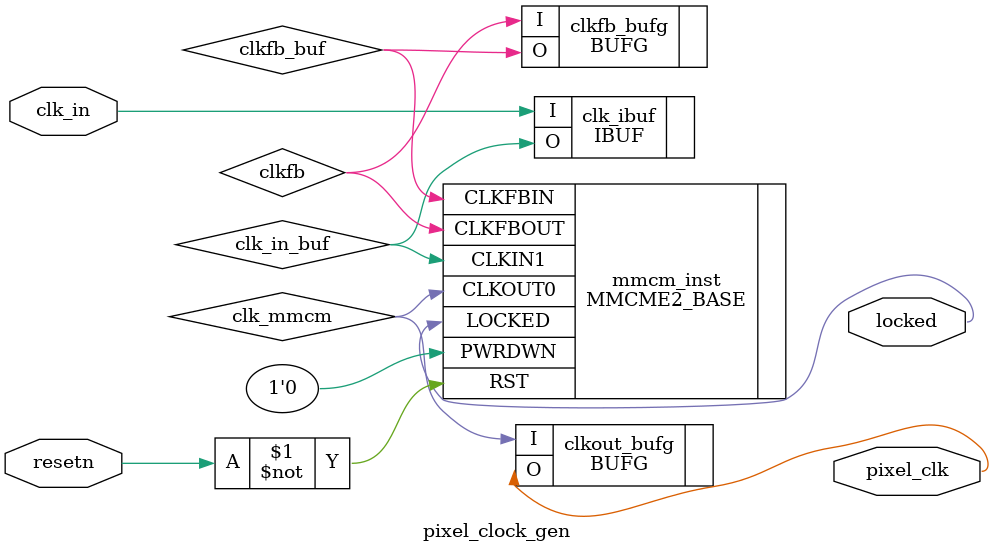
<source format=sv>
`timescale 1ns / 1ps

module pixel_clock_gen #(
    parameter real CLKIN_FREQ_MHZ    = 100.0,
    parameter real TARGET_FREQ_MHZ   = 25.175,
    parameter real CLKFBOUT_MULT_F   = 9.0,
    parameter real DIVCLK_DIVIDE     = 1.0,
    parameter real CLKOUT_PHASE      = 0.0,
    parameter real CLKOUT_DUTY       = 0.5,
    parameter BANDWIDTH              = "OPTIMIZED"
) (
    input  wire clk_in,
    input  wire resetn,
    output wire pixel_clk,
    output wire locked
);

    localparam real CLKOUT0_DIVIDE_F = (CLKIN_FREQ_MHZ * CLKFBOUT_MULT_F) /
                                       (DIVCLK_DIVIDE * TARGET_FREQ_MHZ);

    wire clk_in_buf;
    wire clkfb;
    wire clkfb_buf;
    wire clk_mmcm;

    IBUF clk_ibuf (
        .I(clk_in),
        .O(clk_in_buf)
    );

    BUFG clkfb_bufg (
        .I(clkfb),
        .O(clkfb_buf)
    );

    BUFG clkout_bufg (
        .I(clk_mmcm),
        .O(pixel_clk)
    );

    MMCME2_BASE #(
        .BANDWIDTH(BANDWIDTH),
        .CLKFBOUT_MULT_F(CLKFBOUT_MULT_F),
        .CLKIN1_PERIOD(1000.0 / CLKIN_FREQ_MHZ),
        .CLKFBOUT_PHASE(0.0),
        .CLKOUT0_DIVIDE_F(CLKOUT0_DIVIDE_F),
        .CLKOUT0_PHASE(CLKOUT_PHASE),
        .CLKOUT0_DUTY_CYCLE(CLKOUT_DUTY),
        .DIVCLK_DIVIDE(DIVCLK_DIVIDE),
        .STARTUP_WAIT("FALSE")
    ) mmcm_inst (
        .CLKIN1(clk_in_buf),
        .CLKFBIN(clkfb_buf),
        .CLKFBOUT(clkfb),
        .CLKOUT0(clk_mmcm),
        .LOCKED(locked),
        .RST(~resetn),
        .PWRDWN(1'b0)
    );

endmodule

</source>
